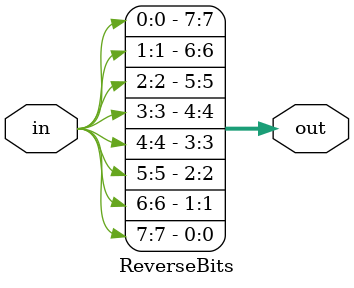
<source format=sv>
module ReverseBits #(parameter N = 8) (
    input  wire [N-1:0] in,
    output wire [N-1:0] out
);    
    generate
        genvar j;
        for (j = 0; j < N; j = j + 1) begin : reverse_loop
            assign out[j] = in[N-1-j];
        end
    endgenerate
    
endmodule

</source>
